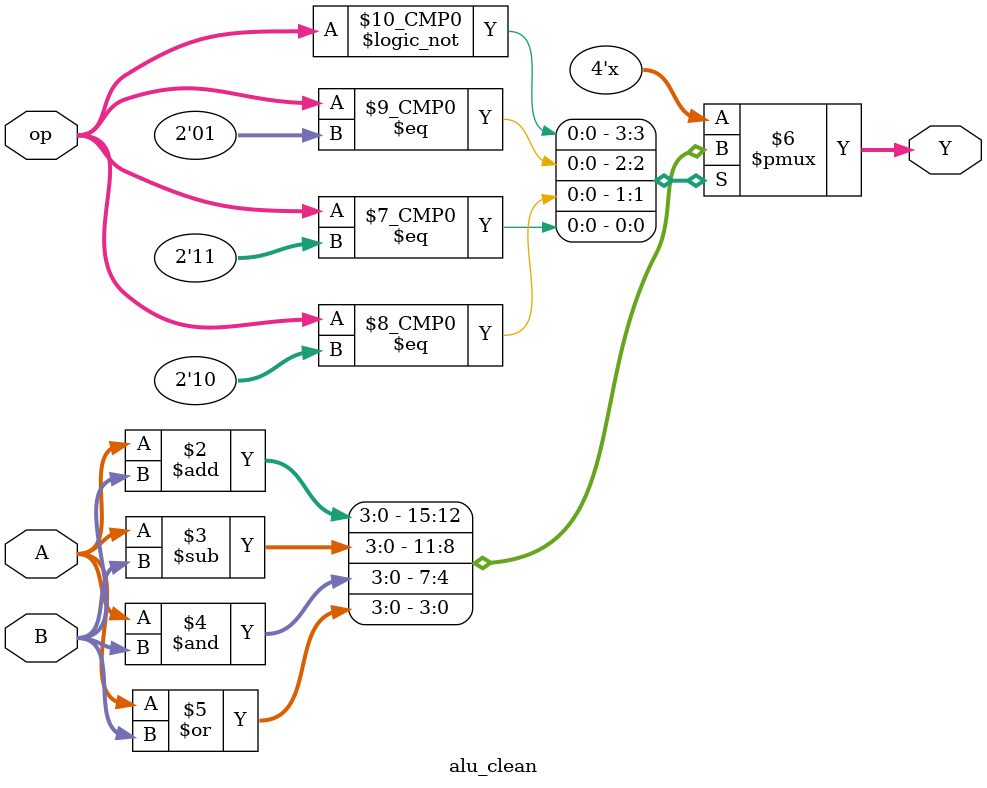
<source format=v>

module alu_clean (
    input [3:0] A, B,
    input [1:0] op,
    output reg [3:0] Y
);

always @(*) begin
    case(op)
        2'b00: Y = A + B; // ADD
        2'b01: Y = A - B; // SUB
        2'b10: Y = A & B; // AND
        2'b11: Y = A | B; // OR
        default: Y = 4'b0000;
    endcase
end

endmodule

</source>
